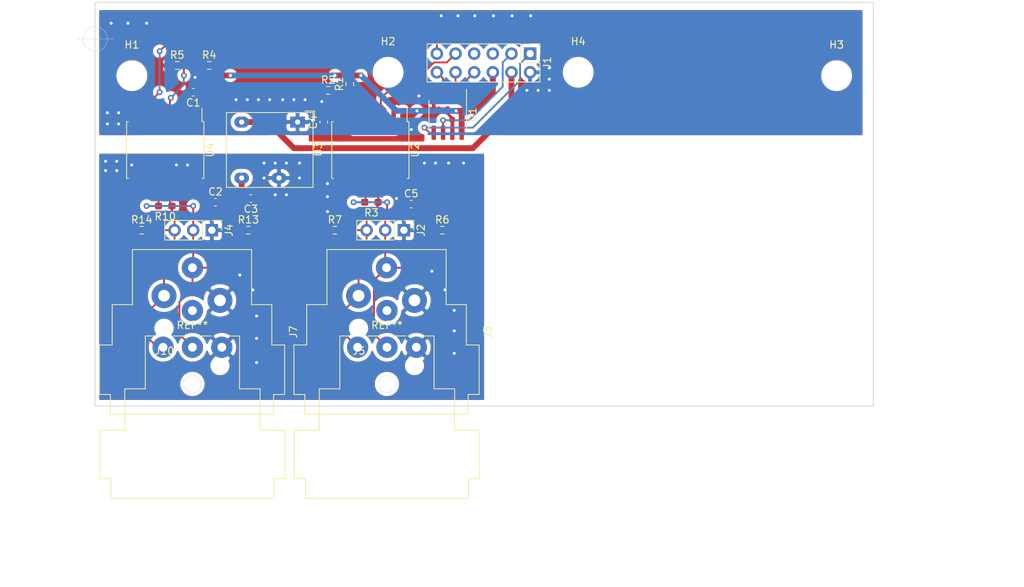
<source format=kicad_pcb>
(kicad_pcb (version 20171130) (host pcbnew 5.1.9)
  (title_block (title "rp2040_dongle ioboard 4slots cheap") (date 2021-03-21) (rev 0.1) (company https://www.openlighting.org))
  (layers (0 F.Cu signal) (31 B.Cu signal) (34 B.Paste user) (35 F.Paste user) (36 B.SilkS user) (37 F.SilkS user) (38 B.Mask user) (39 F.Mask user) (44 Edge.Cuts user))
  (net 0 "")
  (net 1 /ID2)
  (net 2 /GP0)
  (net 3 /ID1)
  (net 4 /GP1)
  (net 5 /ID0)
  (net 6 +3V3)
  (net 7 +5V)
  (net 8 /SCL)
  (net 9 GND)
  (net 10 /SDA)
  (net 11 "Net-(J2-Pad3)")
  (net 12 "Net-(R1-Pad1)")
  (net 13 "Net-(R4-Pad1)")
  (net 14 /GND_1+2)
  (net 15 /VBUS_1+2)
  (net 16 "Net-(J10-Pad2)")
  (net 17 "Net-(J10-Pad3)")
  (net 18 "Net-(J2-Pad2)")
  (module NC3FD-H:Jack_XLR_Neutrik_NC3FD-H_Horizontal (layer F.Cu) (at 64.75 67)
    (fp_text reference J5 (at -3.81 0.5) (layer F.SilkS))
    (fp_text value XLR3)
    (fp_text user REF** (at 0 -3) (layer F.SilkS))
    (pad 3 thru_hole circle (at 0 0) (size 2.9 2.9) (drill 1.2) (layers *.Cu *.Mask) (net 18 "Net-(J2-Pad2)"))
    (pad "" thru_hole circle (at 0 5) (size 2.3 2.3) (drill 2.3) (layers *.Cu *.Mask))
    (pad G thru_hole circle (at 0 -5) (size 2.9 2.9) (drill 1.2) (layers *.Cu *.Mask))
    (pad 1 thru_hole circle (at 4 0) (size 2.9 2.9) (drill 1.2) (layers *.Cu *.Mask) (net 14 /GND_1+2))
    (pad 2 thru_hole circle (at -4 0) (size 2.9 2.9) (drill 1.2) (layers *.Cu *.Mask) (net 11 "Net-(J2-Pad3)"))
  )
  (module Package_SO:SOIC-16W_7.5x10.3mm_P1.27mm (layer F.Cu) (at 62.484 40.132 270)
    (fp_text reference U2 (at 0 -6.1 90) (layer F.SilkS))
    (fp_text value ADM2483xRW)
    (pad 16 smd roundrect (at 4.65 -4.445 270) (size 2.05 0.6) (layers F.Cu F.Paste F.Mask) (net 15 /VBUS_1+2))
    (pad 15 smd roundrect (at 4.65 -3.175 270) (size 2.05 0.6) (layers F.Cu F.Paste F.Mask) (net 14 /GND_1+2))
    (pad 14 smd roundrect (at 4.65 -1.905 270) (size 2.05 0.6) (layers F.Cu F.Paste F.Mask))
    (pad 13 smd roundrect (at 4.65 -0.635 270) (size 2.05 0.6) (layers F.Cu F.Paste F.Mask) (net 11 "Net-(J2-Pad3)"))
    (pad 12 smd roundrect (at 4.65 0.635 270) (size 2.05 0.6) (layers F.Cu F.Paste F.Mask) (net 18 "Net-(J2-Pad2)"))
    (pad 11 smd roundrect (at 4.65 1.905 270) (size 2.05 0.6) (layers F.Cu F.Paste F.Mask))
    (pad 10 smd roundrect (at 4.65 3.175 270) (size 2.05 0.6) (layers F.Cu F.Paste F.Mask))
    (pad 9 smd roundrect (at 4.65 4.445 270) (size 2.05 0.6) (layers F.Cu F.Paste F.Mask) (net 14 /GND_1+2))
    (pad 8 smd roundrect (at -4.65 4.445 270) (size 2.05 0.6) (layers F.Cu F.Paste F.Mask) (net 9 GND))
    (pad 7 smd roundrect (at -4.65 3.175 270) (size 2.05 0.6) (layers F.Cu F.Paste F.Mask) (net 6 +3V3))
    (pad 6 smd roundrect (at -4.65 1.905 270) (size 2.05 0.6) (layers F.Cu F.Paste F.Mask) (net 4 /GP1))
    (pad 5 smd roundrect (at -4.65 0.635 270) (size 2.05 0.6) (layers F.Cu F.Paste F.Mask) (net 12 "Net-(R1-Pad1)"))
    (pad 4 smd roundrect (at -4.65 -0.635 270) (size 2.05 0.6) (layers F.Cu F.Paste F.Mask) (net 12 "Net-(R1-Pad1)"))
    (pad 3 smd roundrect (at -4.65 -1.905 270) (size 2.05 0.6) (layers F.Cu F.Paste F.Mask) (net 4 /GP1))
    (pad 2 smd roundrect (at -4.65 -3.175 270) (size 2.05 0.6) (layers F.Cu F.Paste F.Mask) (net 9 GND))
    (pad 1 smd roundrect (at -4.65 -4.445 270) (size 2.05 0.6) (layers F.Cu F.Paste F.Mask) (net 6 +3V3))
  )
  (module Resistor_SMD:R_0603_1608Metric_Pad0.98x0.95mm_HandSolder (layer F.Cu) (at 57.658 51.054)
    (fp_text reference R7 (at 0 -1.43) (layer F.SilkS))
    (fp_text value 680R)
    (pad 2 smd roundrect (at 0.9125 0) (size 0.975 0.95) (layers F.Cu F.Paste F.Mask) (net 11 "Net-(J2-Pad3)"))
    (pad 1 smd roundrect (at -0.9125 0) (size 0.975 0.95) (layers F.Cu F.Paste F.Mask) (net 14 /GND_1+2))
  )
  (module Resistor_SMD:R_0603_1608Metric_Pad0.98x0.95mm_HandSolder (layer F.Cu) (at 72.2865 51.054)
    (fp_text reference R6 (at 0 -1.43) (layer F.SilkS))
    (fp_text value 680R)
    (pad 2 smd roundrect (at 0.9125 0) (size 0.975 0.95) (layers F.Cu F.Paste F.Mask) (net 15 /VBUS_1+2))
    (pad 1 smd roundrect (at -0.9125 0) (size 0.975 0.95) (layers F.Cu F.Paste F.Mask) (net 18 "Net-(J2-Pad2)"))
  )
  (module Resistor_SMD:R_0603_1608Metric_Pad0.98x0.95mm_HandSolder (layer F.Cu) (at 62.6345 47.244 180)
    (fp_text reference R3 (at 0 -1.43) (layer F.SilkS))
    (fp_text value 120R)
    (pad 2 smd roundrect (at 0.9125 0 180) (size 0.975 0.95) (layers F.Cu F.Paste F.Mask) (net 18 "Net-(J2-Pad2)"))
    (pad 1 smd roundrect (at -0.9125 0 180) (size 0.975 0.95) (layers F.Cu F.Paste F.Mask) (net 11 "Net-(J2-Pad3)"))
  )
  (module Resistor_SMD:R_0603_1608Metric_Pad0.98x0.95mm_HandSolder (layer F.Cu) (at 56.7455 32.004)
    (fp_text reference R2 (at 0 -1.43) (layer F.SilkS))
    (fp_text value 0R-DO_NOT_MOUNT)
    (pad 2 smd roundrect (at 0.9125 0) (size 0.975 0.95) (layers F.Cu F.Paste F.Mask) (net 12 "Net-(R1-Pad1)"))
    (pad 1 smd roundrect (at -0.9125 0) (size 0.975 0.95) (layers F.Cu F.Paste F.Mask) (net 9 GND))
  )
  (module Resistor_SMD:R_0603_1608Metric_Pad0.98x0.95mm_HandSolder (layer F.Cu) (at 59.69 31.1385 90)
    (fp_text reference R1 (at 0 -1.43 90) (layer F.SilkS))
    (fp_text value 0R)
    (pad 2 smd roundrect (at 0.9125 0 90) (size 0.975 0.95) (layers F.Cu F.Paste F.Mask) (net 6 +3V3))
    (pad 1 smd roundrect (at -0.9125 0 90) (size 0.975 0.95) (layers F.Cu F.Paste F.Mask) (net 12 "Net-(R1-Pad1)"))
  )
  (module Connector_Audio:Jack_XLR_Neutrik_NC3FAAH_Horizontal (layer F.Cu) (at 68.5 60.612 270)
    (fp_text reference J3 (at 4.3 -10 90) (layer F.SilkS))
    (fp_text value XLR3)
    (pad "" np_thru_hole circle (at 3.81 7.62 270) (size 1.6 1.6) (drill 1.6) (layers *.Cu *.Mask))
    (pad "" np_thru_hole circle (at 8.89 0 270) (size 1.6 1.6) (drill 1.6) (layers *.Cu *.Mask))
    (pad 3 thru_hole circle (at -4.45 3.81 270) (size 2.9 2.9) (drill 1.2) (layers *.Cu *.Mask) (net 18 "Net-(J2-Pad2)"))
    (pad 2 thru_hole circle (at -0.635 7.62 270) (size 3.4 3.4) (drill 1.6) (layers *.Cu *.Mask) (net 11 "Net-(J2-Pad3)"))
    (pad 1 thru_hole circle (at 0 0 270) (size 3.4 3.4) (drill 1.6) (layers *.Cu *.Mask) (net 14 /GND_1+2))
  )
  (module Connector_PinHeader_2.54mm:PinHeader_1x03_P2.54mm_Vertical (layer F.Cu) (at 67.056 51.054 270)
    (fp_text reference J2 (at 0 -2.33 90) (layer F.SilkS))
    (fp_text value Conn_01x03)
    (pad 3 thru_hole oval (at 0 5.08 270) (size 1.7 1.7) (drill 1) (layers *.Cu *.Mask) (net 11 "Net-(J2-Pad3)"))
    (pad 2 thru_hole oval (at 0 2.54 270) (size 1.7 1.7) (drill 1) (layers *.Cu *.Mask) (net 18 "Net-(J2-Pad2)"))
    (pad 1 thru_hole rect (at 0 0 270) (size 1.7 1.7) (drill 1) (layers *.Cu *.Mask) (net 14 /GND_1+2))
  )
  (module Capacitor_SMD:C_0603_1608Metric (layer F.Cu) (at 68.059 47.498)
    (fp_text reference C5 (at 0 -1.43) (layer F.SilkS))
    (fp_text value 100nF)
    (pad 2 smd roundrect (at 0.775 0) (size 0.9 0.95) (layers F.Cu F.Paste F.Mask) (net 15 /VBUS_1+2))
    (pad 1 smd roundrect (at -0.775 0) (size 0.9 0.95) (layers F.Cu F.Paste F.Mask) (net 14 /GND_1+2))
  )
  (module Capacitor_SMD:C_0603_1608Metric (layer F.Cu) (at 56.134 36.335 90)
    (fp_text reference C4 (at 0 -1.43 90) (layer F.SilkS))
    (fp_text value 100nF)
    (pad 2 smd roundrect (at 0.775 0 90) (size 0.9 0.95) (layers F.Cu F.Paste F.Mask) (net 9 GND))
    (pad 1 smd roundrect (at -0.775 0 90) (size 0.9 0.95) (layers F.Cu F.Paste F.Mask) (net 6 +3V3))
  )
  (module Capacitor_SMD:C_0603_1608Metric (layer F.Cu) (at 41.389 47.244)
    (fp_text reference C2 (at 0 -1.43) (layer F.SilkS))
    (fp_text value 100nF)
    (pad 2 smd roundrect (at 0.775 0) (size 0.9 0.95) (layers F.Cu F.Paste F.Mask) (net 15 /VBUS_1+2))
    (pad 1 smd roundrect (at -0.775 0) (size 0.9 0.95) (layers F.Cu F.Paste F.Mask) (net 14 /GND_1+2))
  )
  (module NC3FD-H:Jack_XLR_Neutrik_NC3FD-H_Horizontal (layer F.Cu) (at 38.25 67)
    (fp_text reference J10 (at -3.81 0.5) (layer F.SilkS))
    (fp_text value XLR3)
    (fp_text user REF** (at 0 -3) (layer F.SilkS))
    (pad 3 thru_hole circle (at 0 0) (size 2.9 2.9) (drill 1.2) (layers *.Cu *.Mask) (net 17 "Net-(J10-Pad3)"))
    (pad "" thru_hole circle (at 0 5) (size 2.3 2.3) (drill 2.3) (layers *.Cu *.Mask))
    (pad G thru_hole circle (at 0 -5) (size 2.9 2.9) (drill 1.2) (layers *.Cu *.Mask))
    (pad 1 thru_hole circle (at 4 0) (size 2.9 2.9) (drill 1.2) (layers *.Cu *.Mask) (net 14 /GND_1+2))
    (pad 2 thru_hole circle (at -4 0) (size 2.9 2.9) (drill 1.2) (layers *.Cu *.Mask) (net 16 "Net-(J10-Pad2)"))
  )
  (module Capacitor_SMD:C_0603_1608Metric (layer F.Cu) (at 46.215 46.736 180)
    (fp_text reference C3 (at 0 -1.43) (layer F.SilkS))
    (fp_text value 100nF)
    (pad 2 smd roundrect (at 0.775 0 180) (size 0.9 0.95) (layers F.Cu F.Paste F.Mask) (net 15 /VBUS_1+2))
    (pad 1 smd roundrect (at -0.775 0 180) (size 0.9 0.95) (layers F.Cu F.Paste F.Mask) (net 14 /GND_1+2))
  )
  (module Capacitor_SMD:C_0603_1608Metric (layer F.Cu) (at 38.367 32.258 180)
    (fp_text reference C1 (at 0 -1.43) (layer F.SilkS))
    (fp_text value 100nF)
    (pad 2 smd roundrect (at 0.775 0 180) (size 0.9 0.95) (layers F.Cu F.Paste F.Mask) (net 9 GND))
    (pad 1 smd roundrect (at -0.775 0 180) (size 0.9 0.95) (layers F.Cu F.Paste F.Mask) (net 6 +3V3))
  )
  (module Resistor_SMD:R_0603_1608Metric_Pad0.98x0.95mm_HandSolder (layer F.Cu) (at 31.3455 51.054)
    (fp_text reference R14 (at 0 -1.43) (layer F.SilkS))
    (fp_text value 680R)
    (pad 2 smd roundrect (at 0.9125 0) (size 0.975 0.95) (layers F.Cu F.Paste F.Mask) (net 16 "Net-(J10-Pad2)"))
    (pad 1 smd roundrect (at -0.9125 0) (size 0.975 0.95) (layers F.Cu F.Paste F.Mask) (net 14 /GND_1+2))
  )
  (module Resistor_SMD:R_0603_1608Metric_Pad0.98x0.95mm_HandSolder (layer F.Cu) (at 45.8705 51.054)
    (fp_text reference R13 (at 0 -1.43) (layer F.SilkS))
    (fp_text value 680R)
    (pad 2 smd roundrect (at 0.9125 0) (size 0.975 0.95) (layers F.Cu F.Paste F.Mask) (net 15 /VBUS_1+2))
    (pad 1 smd roundrect (at -0.9125 0) (size 0.975 0.95) (layers F.Cu F.Paste F.Mask) (net 17 "Net-(J10-Pad3)"))
  )
  (module Converter_DCDC:Converter_DCDC_muRata_CRE1xxxxxxDC_THT (layer F.Cu) (at 52.578 36.322 270)
    (fp_text reference U3 (at 3.7 -2.8 90) (layer F.SilkS))
    (fp_text value CRE1S0505DC)
    (pad 1 thru_hole rect (at 0 0 270) (size 1.5 2) (drill 0.7) (layers *.Cu *.Mask) (net 9 GND))
    (pad 7 thru_hole oval (at 7.62 2.54 270) (size 1.5 2) (drill 0.7) (layers *.Cu *.Mask) (net 14 /GND_1+2))
    (pad 5 thru_hole oval (at 7.62 7.62 270) (size 1.5 2) (drill 0.7) (layers *.Cu *.Mask) (net 15 /VBUS_1+2))
    (pad 4 thru_hole oval (at 0 7.62 270) (size 1.5 2) (drill 0.7) (layers *.Cu *.Mask) (net 7 +5V))
  )
  (module Package_SO:SOIC-16W_7.5x10.3mm_P1.27mm (layer F.Cu) (at 34.544 40.132 270)
    (fp_text reference U4 (at 0 -6.1 90) (layer F.SilkS))
    (fp_text value ADM2483xRW)
    (pad 16 smd roundrect (at 4.65 -4.445 270) (size 2.05 0.6) (layers F.Cu F.Paste F.Mask) (net 15 /VBUS_1+2))
    (pad 15 smd roundrect (at 4.65 -3.175 270) (size 2.05 0.6) (layers F.Cu F.Paste F.Mask) (net 14 /GND_1+2))
    (pad 14 smd roundrect (at 4.65 -1.905 270) (size 2.05 0.6) (layers F.Cu F.Paste F.Mask))
    (pad 13 smd roundrect (at 4.65 -0.635 270) (size 2.05 0.6) (layers F.Cu F.Paste F.Mask) (net 16 "Net-(J10-Pad2)"))
    (pad 12 smd roundrect (at 4.65 0.635 270) (size 2.05 0.6) (layers F.Cu F.Paste F.Mask) (net 17 "Net-(J10-Pad3)"))
    (pad 11 smd roundrect (at 4.65 1.905 270) (size 2.05 0.6) (layers F.Cu F.Paste F.Mask))
    (pad 10 smd roundrect (at 4.65 3.175 270) (size 2.05 0.6) (layers F.Cu F.Paste F.Mask))
    (pad 9 smd roundrect (at 4.65 4.445 270) (size 2.05 0.6) (layers F.Cu F.Paste F.Mask) (net 14 /GND_1+2))
    (pad 8 smd roundrect (at -4.65 4.445 270) (size 2.05 0.6) (layers F.Cu F.Paste F.Mask) (net 9 GND))
    (pad 7 smd roundrect (at -4.65 3.175 270) (size 2.05 0.6) (layers F.Cu F.Paste F.Mask) (net 6 +3V3))
    (pad 6 smd roundrect (at -4.65 1.905 270) (size 2.05 0.6) (layers F.Cu F.Paste F.Mask) (net 2 /GP0))
    (pad 5 smd roundrect (at -4.65 0.635 270) (size 2.05 0.6) (layers F.Cu F.Paste F.Mask) (net 13 "Net-(R4-Pad1)"))
    (pad 4 smd roundrect (at -4.65 -0.635 270) (size 2.05 0.6) (layers F.Cu F.Paste F.Mask) (net 13 "Net-(R4-Pad1)"))
    (pad 3 smd roundrect (at -4.65 -1.905 270) (size 2.05 0.6) (layers F.Cu F.Paste F.Mask) (net 2 /GP0))
    (pad 2 smd roundrect (at -4.65 -3.175 270) (size 2.05 0.6) (layers F.Cu F.Paste F.Mask) (net 9 GND))
    (pad 1 smd roundrect (at -4.65 -4.445 270) (size 2.05 0.6) (layers F.Cu F.Paste F.Mask) (net 6 +3V3))
  )
  (module MountingHole:MountingHole_3.2mm_M3 (layer F.Cu) (at 90.8 29.54)
    (fp_text reference H4 (at 0 -4.2) (layer F.SilkS))
    (fp_text value MountingHole)
    (pad 1 np_thru_hole circle (at 0 0) (size 3.2 3.2) (drill 3.2) (layers *.Cu *.Mask))
  )
  (module MountingHole:MountingHole_3.2mm_M3 (layer F.Cu) (at 126 30)
    (fp_text reference H3 (at 0 -4.2) (layer F.SilkS))
    (fp_text value MountingHole)
    (pad 1 np_thru_hole circle (at 0 0) (size 3.2 3.2) (drill 3.2) (layers *.Cu *.Mask))
  )
  (module MountingHole:MountingHole_3.2mm_M3 (layer F.Cu) (at 64.9 29.54)
    (fp_text reference H2 (at 0 -4.2) (layer F.SilkS))
    (fp_text value MountingHole)
    (pad 1 np_thru_hole circle (at 0 0) (size 3.2 3.2) (drill 3.2) (layers *.Cu *.Mask))
  )
  (module MountingHole:MountingHole_3.2mm_M3 (layer F.Cu) (at 30 30)
    (fp_text reference H1 (at 0 -4.2) (layer F.SilkS))
    (fp_text value MountingHole)
    (pad 1 np_thru_hole circle (at 0 0) (size 3.2 3.2) (drill 3.2) (layers *.Cu *.Mask))
  )
  (module Connector_Audio:Jack_XLR_Neutrik_NC3FAAH_Horizontal (layer F.Cu) (at 42 60.612 270)
    (fp_text reference J7 (at 4.3 -10 90) (layer F.SilkS))
    (fp_text value XLR3)
    (pad "" np_thru_hole circle (at 3.81 7.62 270) (size 1.6 1.6) (drill 1.6) (layers *.Cu *.Mask))
    (pad "" np_thru_hole circle (at 8.89 0 270) (size 1.6 1.6) (drill 1.6) (layers *.Cu *.Mask))
    (pad 3 thru_hole circle (at -4.45 3.75 270) (size 2.9 2.9) (drill 1.2) (layers *.Cu *.Mask) (net 17 "Net-(J10-Pad3)"))
    (pad 2 thru_hole circle (at -0.635 7.62 270) (size 3.4 3.4) (drill 1.6) (layers *.Cu *.Mask) (net 16 "Net-(J10-Pad2)"))
    (pad 1 thru_hole circle (at 0 0 270) (size 3.4 3.4) (drill 1.6) (layers *.Cu *.Mask) (net 14 /GND_1+2))
  )
  (module Connector_PinHeader_2.54mm:PinHeader_1x03_P2.54mm_Vertical (layer F.Cu) (at 40.894 51.054 270)
    (fp_text reference J4 (at 0 -2.33 90) (layer F.SilkS))
    (fp_text value Conn_01x03)
    (pad 3 thru_hole oval (at 0 5.08 270) (size 1.7 1.7) (drill 1) (layers *.Cu *.Mask) (net 16 "Net-(J10-Pad2)"))
    (pad 2 thru_hole oval (at 0 2.54 270) (size 1.7 1.7) (drill 1) (layers *.Cu *.Mask) (net 17 "Net-(J10-Pad3)"))
    (pad 1 thru_hole rect (at 0 0 270) (size 1.7 1.7) (drill 1) (layers *.Cu *.Mask) (net 14 /GND_1+2))
  )
  (module Resistor_SMD:R_0603_1608Metric_Pad0.98x0.95mm_HandSolder (layer F.Cu) (at 34.544 47.752 180)
    (fp_text reference R10 (at 0 -1.43) (layer F.SilkS))
    (fp_text value 120R)
    (pad 2 smd roundrect (at 0.9125 0 180) (size 0.975 0.95) (layers F.Cu F.Paste F.Mask) (net 17 "Net-(J10-Pad3)"))
    (pad 1 smd roundrect (at -0.9125 0 180) (size 0.975 0.95) (layers F.Cu F.Paste F.Mask) (net 16 "Net-(J10-Pad2)"))
  )
  (module Resistor_SMD:R_0603_1608Metric_Pad0.98x0.95mm_HandSolder (layer F.Cu) (at 36.1715 28.608)
    (fp_text reference R5 (at 0 -1.43) (layer F.SilkS))
    (fp_text value 0R-DO_NOT_MOUNT)
    (pad 2 smd roundrect (at 0.9125 0) (size 0.975 0.95) (layers F.Cu F.Paste F.Mask) (net 13 "Net-(R4-Pad1)"))
    (pad 1 smd roundrect (at -0.9125 0) (size 0.975 0.95) (layers F.Cu F.Paste F.Mask) (net 9 GND))
  )
  (module Resistor_SMD:R_0603_1608Metric_Pad0.98x0.95mm_HandSolder (layer F.Cu) (at 40.5365 28.608)
    (fp_text reference R4 (at 0 -1.43) (layer F.SilkS))
    (fp_text value 0R)
    (pad 2 smd roundrect (at 0.9125 0) (size 0.975 0.95) (layers F.Cu F.Paste F.Mask) (net 6 +3V3))
    (pad 1 smd roundrect (at -0.9125 0) (size 0.975 0.95) (layers F.Cu F.Paste F.Mask) (net 13 "Net-(R4-Pad1)"))
  )
  (module Package_SO:SOIC-8_3.9x4.9mm_P1.27mm (layer F.Cu) (at 73.025 35.306 270)
    (fp_text reference U1 (at 0 -3.4 90) (layer F.SilkS))
    (fp_text value M24C02-WMN)
    (pad 8 smd roundrect (at 2.475 -1.905 270) (size 1.95 0.6) (layers F.Cu F.Paste F.Mask) (net 6 +3V3))
    (pad 7 smd roundrect (at 2.475 -0.635 270) (size 1.95 0.6) (layers F.Cu F.Paste F.Mask) (net 9 GND))
    (pad 6 smd roundrect (at 2.475 0.635 270) (size 1.95 0.6) (layers F.Cu F.Paste F.Mask) (net 8 /SCL))
    (pad 5 smd roundrect (at 2.475 1.905 270) (size 1.95 0.6) (layers F.Cu F.Paste F.Mask) (net 10 /SDA))
    (pad 4 smd roundrect (at -2.475 1.905 270) (size 1.95 0.6) (layers F.Cu F.Paste F.Mask) (net 9 GND))
    (pad 3 smd roundrect (at -2.475 0.635 270) (size 1.95 0.6) (layers F.Cu F.Paste F.Mask) (net 1 /ID2))
    (pad 2 smd roundrect (at -2.475 -0.635 270) (size 1.95 0.6) (layers F.Cu F.Paste F.Mask) (net 3 /ID1))
    (pad 1 smd roundrect (at -2.475 -1.905 270) (size 1.95 0.6) (layers F.Cu F.Paste F.Mask) (net 5 /ID0))
  )
  (module Connector_PinHeader_2.54mm:PinHeader_2x06_P2.54mm_Vertical (layer F.Cu) (at 84.25 27 270)
    (fp_text reference J1 (at 1.27 -2.33 90) (layer F.SilkS))
    (fp_text value Conn_02x06_Odd_Even)
    (pad 12 thru_hole oval (at 2.54 12.7 270) (size 1.7 1.7) (drill 1) (layers *.Cu *.Mask) (net 1 /ID2))
    (pad 11 thru_hole oval (at 0 12.7 270) (size 1.7 1.7) (drill 1) (layers *.Cu *.Mask) (net 2 /GP0))
    (pad 10 thru_hole oval (at 2.54 10.16 270) (size 1.7 1.7) (drill 1) (layers *.Cu *.Mask) (net 3 /ID1))
    (pad 9 thru_hole oval (at 0 10.16 270) (size 1.7 1.7) (drill 1) (layers *.Cu *.Mask) (net 4 /GP1))
    (pad 8 thru_hole oval (at 2.54 7.62 270) (size 1.7 1.7) (drill 1) (layers *.Cu *.Mask) (net 5 /ID0))
    (pad 7 thru_hole oval (at 0 7.62 270) (size 1.7 1.7) (drill 1) (layers *.Cu *.Mask))
    (pad 6 thru_hole oval (at 2.54 5.08 270) (size 1.7 1.7) (drill 1) (layers *.Cu *.Mask) (net 6 +3V3))
    (pad 5 thru_hole oval (at 0 5.08 270) (size 1.7 1.7) (drill 1) (layers *.Cu *.Mask))
    (pad 4 thru_hole oval (at 2.54 2.54 270) (size 1.7 1.7) (drill 1) (layers *.Cu *.Mask) (net 7 +5V))
    (pad 3 thru_hole oval (at 0 2.54 270) (size 1.7 1.7) (drill 1) (layers *.Cu *.Mask) (net 8 /SCL))
    (pad 2 thru_hole oval (at 2.54 0 270) (size 1.7 1.7) (drill 1) (layers *.Cu *.Mask) (net 9 GND))
    (pad 1 thru_hole rect (at 0 0 270) (size 1.7 1.7) (drill 1) (layers *.Cu *.Mask) (net 10 /SDA))
  )
  (gr_line (start 131 20) (end 131 75) (layer Edge.Cuts) (width 0.1))
  (gr_line (start 25 20) (end 131 20) (layer Edge.Cuts) (width 0.1))
  (gr_line (start 25 75) (end 25 20) (layer Edge.Cuts) (width 0.1))
  (gr_line (start 131 75) (end 25 75) (layer Edge.Cuts) (width 0.1))
  (target plus (at 25 25) (size 5) (width 0.05) (layer Edge.Cuts))
  (via (at 48.006 43.942) (size 0.8) (drill 0.4) (layers F.Cu B.Cu) (net 14))
  (via (at 27.178 22.86) (size 0.8) (drill 0.4) (layers F.Cu B.Cu) (net 9))
  (via (at 29.464 22.86) (size 0.8) (drill 0.4) (layers F.Cu B.Cu) (net 9))
  (via (at 32.004 22.86) (size 0.8) (drill 0.4) (layers F.Cu B.Cu) (net 9))
  (via (at 72.136 21.844) (size 0.8) (drill 0.4) (layers F.Cu B.Cu) (net 9))
  (via (at 74.422 21.844) (size 0.8) (drill 0.4) (layers F.Cu B.Cu) (net 9))
  (via (at 76.708 21.844) (size 0.8) (drill 0.4) (layers F.Cu B.Cu) (net 9))
  (via (at 79.248 21.844) (size 0.8) (drill 0.4) (layers F.Cu B.Cu) (net 9))
  (via (at 81.788 21.844) (size 0.8) (drill 0.4) (layers F.Cu B.Cu) (net 9))
  (via (at 84.328 21.844) (size 0.8) (drill 0.4) (layers F.Cu B.Cu) (net 9))
  (via (at 38.608 30.226) (size 0.8) (drill 0.4) (layers F.Cu B.Cu) (net 9))
  (via (at 26.67 36.576) (size 0.8) (drill 0.4) (layers F.Cu B.Cu) (net 9))
  (via (at 28.194 36.576) (size 0.8) (drill 0.4) (layers F.Cu B.Cu) (net 9))
  (via (at 28.194 35.052) (size 0.8) (drill 0.4) (layers F.Cu B.Cu) (net 9))
  (via (at 26.67 35.052) (size 0.8) (drill 0.4) (layers F.Cu B.Cu) (net 9))
  (via (at 50.546 33.274) (size 0.8) (drill 0.4) (layers F.Cu B.Cu) (net 9))
  (via (at 52.07 33.274) (size 0.8) (drill 0.4) (layers F.Cu B.Cu) (net 9))
  (via (at 47.244 33.274) (size 0.8) (drill 0.4) (layers F.Cu B.Cu) (net 9))
  (via (at 53.594 33.274) (size 0.8) (drill 0.4) (layers F.Cu B.Cu) (net 9))
  (via (at 44.196 33.274) (size 0.8) (drill 0.4) (layers F.Cu B.Cu) (net 9))
  (via (at 45.72 33.274) (size 0.8) (drill 0.4) (layers F.Cu B.Cu) (net 9))
  (via (at 48.768 33.274) (size 0.8) (drill 0.4) (layers F.Cu B.Cu) (net 9))
  (segment (start 72.39 30.38) (end 71.55 29.54) (width 0.25) (layer F.Cu) (net 1))
  (segment (start 72.39 32.512) (end 72.39 30.38) (width 0.25) (layer F.Cu) (net 1))
  (segment (start 36.449 35.482) (end 36.449 36.703) (width 0.25) (layer F.Cu) (net 2))
  (segment (start 36.449 36.703) (end 36.068 37.084) (width 0.25) (layer F.Cu) (net 2))
  (segment (start 33.216 37.084) (end 32.639 36.507) (width 0.25) (layer F.Cu) (net 2))
  (segment (start 32.639 36.507) (end 32.639 35.482) (width 0.25) (layer F.Cu) (net 2))
  (segment (start 36.068 37.084) (end 33.216 37.084) (width 0.25) (layer F.Cu) (net 2))
  (segment (start 32.639 35.482) (end 32.639 33.401) (width 0.25) (layer F.Cu) (net 2))
  (segment (start 32.639 33.401) (end 33.782 32.258) (width 0.25) (layer F.Cu) (net 2))
  (segment (start 33.782 26.67) (end 33.782 26.67) (width 0.25) (layer F.Cu) (net 2))
  (segment (start 37.592 22.86) (end 70.358 22.86) (width 0.25) (layer F.Cu) (net 2))
  (segment (start 71.55 24.052) (end 71.55 27) (width 0.25) (layer F.Cu) (net 2))
  (segment (start 70.358 22.86) (end 71.55 24.052) (width 0.25) (layer F.Cu) (net 2))
  (segment (start 33.782 26.67) (end 37.592 22.86) (width 0.25) (layer F.Cu) (net 2))
  (via (at 33.782 26.67) (size 0.8) (drill 0.4) (layers F.Cu B.Cu) (net 2))
  (segment (start 33.782 32.258) (end 33.782 32.258) (width 0.25) (layer F.Cu) (net 2))
  (via (at 33.782 32.258) (size 0.8) (drill 0.4) (layers F.Cu B.Cu) (net 2))
  (segment (start 33.782 26.67) (end 33.782 32.258) (width 0.25) (layer B.Cu) (net 2))
  (segment (start 73.66 32.512) (end 73.66 31.496) (width 0.25) (layer F.Cu) (net 3))
  (segment (start 74.09 31.066) (end 74.09 29.54) (width 0.25) (layer F.Cu) (net 3))
  (segment (start 73.66 31.496) (end 74.09 31.066) (width 0.25) (layer F.Cu) (net 3))
  (segment (start 60.579 35.482) (end 60.579 36.703) (width 0.25) (layer F.Cu) (net 4))
  (segment (start 60.579 36.703) (end 60.96 37.084) (width 0.25) (layer F.Cu) (net 4))
  (segment (start 64.389 36.507) (end 64.389 35.482) (width 0.25) (layer F.Cu) (net 4))
  (segment (start 63.812 37.084) (end 64.389 36.507) (width 0.25) (layer F.Cu) (net 4))
  (segment (start 60.96 37.084) (end 63.812 37.084) (width 0.25) (layer F.Cu) (net 4))
  (segment (start 64.389 35.482) (end 64.389 34.417) (width 0.25) (layer F.Cu) (net 4))
  (segment (start 69.088 30.988) (end 69.088 30.262998) (width 0.25) (layer F.Cu) (net 4))
  (segment (start 64.760682 32.258) (end 67.818 32.258) (width 0.25) (layer F.Cu) (net 4))
  (segment (start 72.896 28.194) (end 74.09 27) (width 0.25) (layer F.Cu) (net 4))
  (segment (start 69.088 30.262998) (end 71.156998 28.194) (width 0.25) (layer F.Cu) (net 4))
  (segment (start 67.818 32.258) (end 69.088 30.988) (width 0.25) (layer F.Cu) (net 4))
  (segment (start 63.91799 33.98599) (end 63.91799 33.100692) (width 0.25) (layer F.Cu) (net 4))
  (segment (start 71.156998 28.194) (end 72.896 28.194) (width 0.25) (layer F.Cu) (net 4))
  (segment (start 63.91799 33.100692) (end 64.760682 32.258) (width 0.25) (layer F.Cu) (net 4))
  (segment (start 64.389 34.457) (end 63.91799 33.98599) (width 0.25) (layer F.Cu) (net 4))
  (segment (start 64.389 35.482) (end 64.389 34.457) (width 0.25) (layer F.Cu) (net 4))
  (segment (start 74.93 31.24) (end 76.63 29.54) (width 0.25) (layer F.Cu) (net 5))
  (segment (start 74.93 32.512) (end 74.93 31.24) (width 0.25) (layer F.Cu) (net 5))
  (segment (start 79.17 29.54) (end 79.17 32.336) (width 0.8) (layer F.Cu) (net 6))
  (segment (start 79.17 32.336) (end 76.708 34.798) (width 0.8) (layer F.Cu) (net 6))
  (segment (start 76.708 34.798) (end 74.93 34.798) (width 0.8) (layer F.Cu) (net 6))
  (via (at 61.214 29.972) (size 0.8) (drill 0.4) (layers F.Cu B.Cu) (net 6))
  (segment (start 41.402 28.655) (end 41.449 28.608) (width 0.8) (layer F.Cu) (net 6))
  (segment (start 41.402 29.972) (end 41.402 28.655) (width 0.8) (layer F.Cu) (net 6))
  (segment (start 74.93 34.798) (end 74.93 37.781) (width 0.8) (layer F.Cu) (net 6))
  (via (at 74.168 34.798) (size 0.8) (drill 0.4) (layers F.Cu B.Cu) (net 6))
  (segment (start 74.93 34.798) (end 74.168 34.798) (width 0.8) (layer F.Cu) (net 6))
  (segment (start 38.989 32.385) (end 38.989 35.482) (width 0.8) (layer F.Cu) (net 6))
  (segment (start 41.402 29.972) (end 38.989 32.385) (width 0.8) (layer F.Cu) (net 6))
  (segment (start 32.512 37.846) (end 38.354 37.846) (width 0.25) (layer F.Cu) (net 6))
  (segment (start 38.989 37.211) (end 38.989 35.482) (width 0.25) (layer F.Cu) (net 6))
  (segment (start 38.354 37.846) (end 38.989 37.211) (width 0.25) (layer F.Cu) (net 6))
  (segment (start 64.643 33.401) (end 61.214 29.972) (width 0.8) (layer B.Cu) (net 6))
  (segment (start 66.04 34.798) (end 64.643 33.401) (width 0.8) (layer B.Cu) (net 6))
  (segment (start 66.929 36.507) (end 65.844 37.592) (width 0.25) (layer F.Cu) (net 6))
  (segment (start 66.929 35.482) (end 66.929 36.507) (width 0.25) (layer F.Cu) (net 6))
  (segment (start 65.844 37.592) (end 60.198 37.592) (width 0.25) (layer F.Cu) (net 6))
  (segment (start 59.309 36.703) (end 59.309 35.482) (width 0.25) (layer F.Cu) (net 6))
  (via (at 68.834 34.798) (size 0.8) (drill 0.4) (layers F.Cu B.Cu) (net 6))
  (segment (start 66.929 35.482) (end 68.15 35.482) (width 0.8) (layer F.Cu) (net 6))
  (segment (start 68.15 35.482) (end 68.834 34.798) (width 0.8) (layer F.Cu) (net 6))
  (segment (start 68.834 34.798) (end 66.04 34.798) (width 0.8) (layer B.Cu) (net 6))
  (segment (start 74.168 34.798) (end 68.834 34.798) (width 0.8) (layer B.Cu) (net 6))
  (segment (start 59.664 37.11) (end 59.69 37.084) (width 0.25) (layer F.Cu) (net 6))
  (segment (start 56.134 37.11) (end 59.664 37.11) (width 0.25) (layer F.Cu) (net 6))
  (segment (start 59.69 37.084) (end 59.309 36.703) (width 0.25) (layer F.Cu) (net 6))
  (segment (start 60.198 37.592) (end 59.69 37.084) (width 0.25) (layer F.Cu) (net 6))
  (segment (start 31.369 36.703) (end 32.512 37.846) (width 0.25) (layer F.Cu) (net 6))
  (segment (start 31.369 35.482) (end 31.369 36.703) (width 0.25) (layer F.Cu) (net 6))
  (via (at 57.658 29.972) (size 0.8) (drill 0.4) (layers F.Cu B.Cu) (net 6))
  (segment (start 61.214 29.972) (end 57.658 29.972) (width 0.8) (layer F.Cu) (net 6))
  (via (at 43.434 29.972) (size 0.8) (drill 0.4) (layers F.Cu B.Cu) (net 6))
  (segment (start 57.658 29.972) (end 43.434 29.972) (width 0.8) (layer B.Cu) (net 6))
  (segment (start 43.434 29.972) (end 41.402 29.972) (width 0.8) (layer F.Cu) (net 6))
  (segment (start 81.71 29.54) (end 81.71 34.622) (width 0.8) (layer F.Cu) (net 7))
  (segment (start 81.71 34.622) (end 76.454 39.878) (width 0.8) (layer F.Cu) (net 7))
  (segment (start 76.454 39.878) (end 52.07 39.878) (width 0.8) (layer F.Cu) (net 7))
  (segment (start 48.514 36.322) (end 44.958 36.322) (width 0.8) (layer F.Cu) (net 7))
  (segment (start 52.07 39.878) (end 48.514 36.322) (width 0.8) (layer F.Cu) (net 7))
  (segment (start 72.39 37.462) (end 72.39 36.068) (width 0.25) (layer F.Cu) (net 8))
  (segment (start 75.946 36.068) (end 80.518 31.496) (width 0.25) (layer B.Cu) (net 8))
  (segment (start 80.518 28.192) (end 81.71 27) (width 0.25) (layer B.Cu) (net 8))
  (segment (start 80.518 31.496) (end 80.518 28.192) (width 0.25) (layer B.Cu) (net 8))
  (via (at 72.39 36.068) (size 0.8) (drill 0.4) (layers F.Cu B.Cu) (net 8))
  (segment (start 75.946 36.068) (end 72.39 36.068) (width 0.25) (layer B.Cu) (net 8))
  (via (at 69.088 32.766) (size 0.8) (drill 0.4) (layers F.Cu B.Cu) (net 9))
  (via (at 68.072 37.338) (size 0.8) (drill 0.4) (layers F.Cu B.Cu) (net 9))
  (via (at 55.88 33.528) (size 0.8) (drill 0.4) (layers F.Cu B.Cu) (net 9))
  (via (at 54.61 36.068) (size 0.8) (drill 0.4) (layers F.Cu B.Cu) (net 9))
  (via (at 83.82 32.004) (size 0.8) (drill 0.4) (layers F.Cu B.Cu) (net 9))
  (via (at 85.344 32.004) (size 0.8) (drill 0.4) (layers F.Cu B.Cu) (net 9))
  (via (at 86.868 32.004) (size 0.8) (drill 0.4) (layers F.Cu B.Cu) (net 9))
  (via (at 86.868 30.48) (size 0.8) (drill 0.4) (layers F.Cu B.Cu) (net 9))
  (via (at 86.868 28.956) (size 0.8) (drill 0.4) (layers F.Cu B.Cu) (net 9))
  (segment (start 84.25 27) (end 82.885001 28.364999) (width 0.25) (layer B.Cu) (net 10))
  (segment (start 82.885001 30.652999) (end 76.454 37.084) (width 0.25) (layer B.Cu) (net 10))
  (segment (start 82.885001 28.364999) (end 82.885001 30.652999) (width 0.25) (layer B.Cu) (net 10))
  (via (at 69.85 37.084) (size 0.8) (drill 0.4) (layers F.Cu B.Cu) (net 10))
  (segment (start 70.547 37.781) (end 71.12 37.781) (width 0.25) (layer F.Cu) (net 10))
  (segment (start 70.547 37.781) (end 69.85 37.084) (width 0.25) (layer F.Cu) (net 10))
  (segment (start 69.85 37.084) (end 76.454 37.084) (width 0.25) (layer B.Cu) (net 10))
  (segment (start 63.119 44.782) (end 63.119 45.847) (width 0.25) (layer F.Cu) (net 11))
  (segment (start 63.547 46.275) (end 63.547 47.244) (width 0.25) (layer F.Cu) (net 11))
  (segment (start 63.119 45.847) (end 63.547 46.275) (width 0.25) (layer F.Cu) (net 11))
  (segment (start 63.547 47.244) (end 63.547 47.705) (width 0.25) (layer F.Cu) (net 11))
  (segment (start 61.976 49.276) (end 61.976 51.054) (width 0.25) (layer F.Cu) (net 11))
  (segment (start 63.547 47.705) (end 61.976 49.276) (width 0.25) (layer F.Cu) (net 11))
  (segment (start 61.976 51.054) (end 61.976 54.864) (width 0.25) (layer F.Cu) (net 11))
  (segment (start 60.88 55.96) (end 60.88 59.977) (width 0.25) (layer F.Cu) (net 11))
  (segment (start 61.976 54.864) (end 60.88 55.96) (width 0.25) (layer F.Cu) (net 11))
  (segment (start 58.5705 51.054) (end 61.976 51.054) (width 0.25) (layer F.Cu) (net 11))
  (segment (start 59.180001 65.430001) (end 60.75 67) (width 0.25) (layer F.Cu) (net 11))
  (segment (start 59.180001 61.676999) (end 59.180001 65.430001) (width 0.25) (layer F.Cu) (net 11))
  (segment (start 60.88 59.977) (end 59.180001 61.676999) (width 0.25) (layer F.Cu) (net 11))
  (segment (start 59.643 32.004) (end 59.69 32.051) (width 0.25) (layer F.Cu) (net 12))
  (segment (start 57.658 32.004) (end 59.643 32.004) (width 0.25) (layer F.Cu) (net 12))
  (segment (start 59.69 32.051) (end 60.245 32.051) (width 0.25) (layer F.Cu) (net 12))
  (segment (start 61.849 33.655) (end 61.849 35.482) (width 0.25) (layer F.Cu) (net 12))
  (segment (start 60.245 32.051) (end 61.849 33.655) (width 0.25) (layer F.Cu) (net 12))
  (segment (start 61.849 35.482) (end 63.119 35.482) (width 0.25) (layer F.Cu) (net 12))
  (segment (start 37.084 28.608) (end 39.624 28.608) (width 0.25) (layer F.Cu) (net 13))
  (segment (start 35.179 35.482) (end 33.909 35.482) (width 0.25) (layer F.Cu) (net 13))
  (via (at 35.306 33.02) (size 0.8) (drill 0.4) (layers F.Cu B.Cu) (net 13))
  (segment (start 35.179 33.147) (end 35.306 33.02) (width 0.25) (layer F.Cu) (net 13))
  (segment (start 35.179 35.482) (end 35.179 33.147) (width 0.25) (layer F.Cu) (net 13))
  (via (at 37.084 29.972) (size 0.8) (drill 0.4) (layers F.Cu B.Cu) (net 13))
  (segment (start 37.084 31.242) (end 37.084 29.972) (width 0.25) (layer B.Cu) (net 13))
  (segment (start 35.306 33.02) (end 37.084 31.242) (width 0.25) (layer B.Cu) (net 13))
  (segment (start 37.084 29.972) (end 37.084 28.608) (width 0.25) (layer F.Cu) (net 13))
  (via (at 48.006 41.91) (size 0.8) (drill 0.4) (layers F.Cu B.Cu) (net 14))
  (via (at 49.53 41.91) (size 0.8) (drill 0.4) (layers F.Cu B.Cu) (net 14))
  (via (at 51.054 41.91) (size 0.8) (drill 0.4) (layers F.Cu B.Cu) (net 14))
  (via (at 52.832 41.91) (size 0.8) (drill 0.4) (layers F.Cu B.Cu) (net 14))
  (via (at 52.832 43.942) (size 0.8) (drill 0.4) (layers F.Cu B.Cu) (net 14))
  (via (at 49.53 46.228) (size 0.8) (drill 0.4) (layers F.Cu B.Cu) (net 14))
  (via (at 51.054 46.228) (size 0.8) (drill 0.4) (layers F.Cu B.Cu) (net 14))
  (via (at 56.642 44.704) (size 0.8) (drill 0.4) (layers F.Cu B.Cu) (net 14))
  (via (at 56.642 46.482) (size 0.8) (drill 0.4) (layers F.Cu B.Cu) (net 14))
  (via (at 56.642 48.514) (size 0.8) (drill 0.4) (layers F.Cu B.Cu) (net 14))
  (via (at 66.04 46.736) (size 0.8) (drill 0.4) (layers F.Cu B.Cu) (net 14))
  (via (at 69.85 41.91) (size 0.8) (drill 0.4) (layers F.Cu B.Cu) (net 14))
  (via (at 71.374 41.91) (size 0.8) (drill 0.4) (layers F.Cu B.Cu) (net 14))
  (via (at 73.152 41.91) (size 0.8) (drill 0.4) (layers F.Cu B.Cu) (net 14))
  (via (at 75.184 41.91) (size 0.8) (drill 0.4) (layers F.Cu B.Cu) (net 14))
  (via (at 26.416 41.656) (size 0.8) (drill 0.4) (layers F.Cu B.Cu) (net 14))
  (via (at 27.94 41.656) (size 0.8) (drill 0.4) (layers F.Cu B.Cu) (net 14))
  (via (at 26.416 42.926) (size 0.8) (drill 0.4) (layers F.Cu B.Cu) (net 14))
  (via (at 27.94 42.926) (size 0.8) (drill 0.4) (layers F.Cu B.Cu) (net 14))
  (via (at 29.972 42.164) (size 0.8) (drill 0.4) (layers F.Cu B.Cu) (net 14))
  (via (at 37.592 42.164) (size 0.8) (drill 0.4) (layers F.Cu B.Cu) (net 14))
  (via (at 36.068 42.164) (size 0.8) (drill 0.4) (layers F.Cu B.Cu) (net 14))
  (via (at 44.704 57.15) (size 0.8) (drill 0.4) (layers F.Cu B.Cu) (net 14))
  (via (at 44.704 57.15) (size 0.8) (drill 0.4) (layers F.Cu B.Cu) (net 14))
  (via (at 46.482 59.182) (size 0.8) (drill 0.4) (layers F.Cu B.Cu) (net 14))
  (via (at 46.99 62.738) (size 0.8) (drill 0.4) (layers F.Cu B.Cu) (net 14))
  (via (at 46.99 65.786) (size 0.8) (drill 0.4) (layers F.Cu B.Cu) (net 14))
  (via (at 46.99 69.088) (size 0.8) (drill 0.4) (layers F.Cu B.Cu) (net 14))
  (via (at 70.866 56.642) (size 0.8) (drill 0.4) (layers F.Cu B.Cu) (net 14))
  (via (at 72.644 59.182) (size 0.8) (drill 0.4) (layers F.Cu B.Cu) (net 14))
  (via (at 73.914 61.976) (size 0.8) (drill 0.4) (layers F.Cu B.Cu) (net 14))
  (via (at 73.914 64.77) (size 0.8) (drill 0.4) (layers F.Cu B.Cu) (net 14))
  (via (at 73.914 67.818) (size 0.8) (drill 0.4) (layers F.Cu B.Cu) (net 14))
  (segment (start 44.958 46.254) (end 45.44 46.736) (width 0.8) (layer F.Cu) (net 15))
  (segment (start 44.958 43.942) (end 44.958 46.254) (width 0.8) (layer F.Cu) (net 15))
  (segment (start 43.154 46.254) (end 42.164 47.244) (width 0.8) (layer F.Cu) (net 15))
  (segment (start 44.958 46.254) (end 43.154 46.254) (width 0.8) (layer F.Cu) (net 15))
  (segment (start 42.164 47.244) (end 42.164 43.942) (width 0.8) (layer F.Cu) (net 15))
  (segment (start 42.164 43.942) (end 40.894 42.672) (width 0.8) (layer F.Cu) (net 15))
  (segment (start 40.894 42.672) (end 39.624 42.672) (width 0.8) (layer F.Cu) (net 15))
  (segment (start 38.989 43.307) (end 38.989 44.782) (width 0.8) (layer F.Cu) (net 15))
  (segment (start 39.624 42.672) (end 38.989 43.307) (width 0.8) (layer F.Cu) (net 15))
  (segment (start 46.783 49.577) (end 46.783 51.054) (width 0.25) (layer F.Cu) (net 15))
  (segment (start 45.44 48.234) (end 45.593 48.387) (width 0.8) (layer F.Cu) (net 15))
  (segment (start 45.44 46.736) (end 45.44 48.234) (width 0.8) (layer F.Cu) (net 15))
  (segment (start 45.593 48.387) (end 46.783 49.577) (width 0.25) (layer F.Cu) (net 15))
  (segment (start 66.929 44.782) (end 67.896 44.782) (width 0.8) (layer F.Cu) (net 15))
  (segment (start 68.834 45.72) (end 68.834 47.498) (width 0.8) (layer F.Cu) (net 15))
  (segment (start 67.896 44.782) (end 68.834 45.72) (width 0.8) (layer F.Cu) (net 15))
  (segment (start 68.834 47.498) (end 71.882 47.498) (width 0.25) (layer F.Cu) (net 15))
  (segment (start 73.199 48.815) (end 73.199 51.054) (width 0.25) (layer F.Cu) (net 15))
  (segment (start 71.882 47.498) (end 73.199 48.815) (width 0.25) (layer F.Cu) (net 15))
  (segment (start 66.929 43.307) (end 66.929 44.782) (width 0.8) (layer F.Cu) (net 15))
  (segment (start 66.929 41.783) (end 66.929 43.307) (width 0.8) (layer F.Cu) (net 15))
  (segment (start 66.548 41.402) (end 66.929 41.783) (width 0.8) (layer F.Cu) (net 15))
  (segment (start 55.118 43.688) (end 57.404 41.402) (width 0.8) (layer F.Cu) (net 15))
  (segment (start 57.404 41.402) (end 66.548 41.402) (width 0.8) (layer F.Cu) (net 15))
  (segment (start 55.118 45.212) (end 55.118 43.688) (width 0.8) (layer F.Cu) (net 15))
  (segment (start 52.096 48.234) (end 55.118 45.212) (width 0.8) (layer F.Cu) (net 15))
  (segment (start 45.44 48.234) (end 52.096 48.234) (width 0.8) (layer F.Cu) (net 15))
  (segment (start 34.38 59.977) (end 31.75 62.607) (width 0.25) (layer F.Cu) (net 16))
  (segment (start 31.75 62.607) (end 31.75 65.278) (width 0.25) (layer F.Cu) (net 16))
  (segment (start 33.472 67) (end 34.25 67) (width 0.25) (layer F.Cu) (net 16))
  (segment (start 31.75 65.278) (end 33.472 67) (width 0.25) (layer F.Cu) (net 16))
  (segment (start 35.814 51.054) (end 35.814 54.864) (width 0.25) (layer F.Cu) (net 16))
  (segment (start 34.38 56.298) (end 34.38 59.977) (width 0.25) (layer F.Cu) (net 16))
  (segment (start 35.814 54.864) (end 34.38 56.298) (width 0.25) (layer F.Cu) (net 16))
  (segment (start 32.258 51.054) (end 35.814 51.054) (width 0.25) (layer F.Cu) (net 16))
  (segment (start 35.179 47.4745) (end 35.4565 47.752) (width 0.25) (layer F.Cu) (net 16))
  (segment (start 35.179 44.782) (end 35.179 47.4745) (width 0.25) (layer F.Cu) (net 16))
  (segment (start 35.4565 47.752) (end 35.4565 48.9185) (width 0.25) (layer F.Cu) (net 16))
  (segment (start 35.814 49.276) (end 35.814 51.054) (width 0.25) (layer F.Cu) (net 16))
  (segment (start 35.4565 48.9185) (end 35.814 49.276) (width 0.25) (layer F.Cu) (net 16))
  (segment (start 36.474999 65.224999) (end 36.474999 60.807001) (width 0.25) (layer F.Cu) (net 17))
  (segment (start 38.25 67) (end 36.474999 65.224999) (width 0.25) (layer F.Cu) (net 17))
  (segment (start 38.25 59.032) (end 38.25 56.162) (width 0.25) (layer F.Cu) (net 17))
  (segment (start 36.474999 60.807001) (end 38.25 59.032) (width 0.25) (layer F.Cu) (net 17))
  (segment (start 38.354 56.058) (end 38.25 56.162) (width 0.25) (layer F.Cu) (net 17))
  (segment (start 38.354 51.054) (end 38.354 56.058) (width 0.25) (layer F.Cu) (net 17))
  (segment (start 33.909 44.782) (end 33.909 46.609) (width 0.25) (layer F.Cu) (net 17))
  (segment (start 33.6315 46.8865) (end 33.6315 47.752) (width 0.25) (layer F.Cu) (net 17))
  (segment (start 33.909 46.609) (end 33.6315 46.8865) (width 0.25) (layer F.Cu) (net 17))
  (via (at 32.004 47.752) (size 0.8) (drill 0.4) (layers F.Cu B.Cu) (net 17))
  (segment (start 33.6315 47.752) (end 32.004 47.752) (width 0.25) (layer F.Cu) (net 17))
  (via (at 38.354 47.752) (size 0.8) (drill 0.4) (layers F.Cu B.Cu) (net 17))
  (segment (start 32.004 47.752) (end 38.354 47.752) (width 0.25) (layer B.Cu) (net 17))
  (segment (start 38.354 47.752) (end 38.354 51.054) (width 0.25) (layer F.Cu) (net 17))
  (segment (start 44.958 51.054) (end 44.958 52.832) (width 0.25) (layer F.Cu) (net 17))
  (segment (start 41.628 56.162) (end 38.25 56.162) (width 0.25) (layer F.Cu) (net 17))
  (segment (start 44.958 52.832) (end 41.628 56.162) (width 0.25) (layer F.Cu) (net 17))
  (segment (start 61.849 47.117) (end 61.722 47.244) (width 0.25) (layer F.Cu) (net 18))
  (segment (start 61.849 44.782) (end 61.849 47.117) (width 0.25) (layer F.Cu) (net 18))
  (segment (start 71.374 51.054) (end 71.374 53.34) (width 0.25) (layer F.Cu) (net 18))
  (segment (start 68.552 56.162) (end 64.69 56.162) (width 0.25) (layer F.Cu) (net 18))
  (segment (start 71.374 53.34) (end 68.552 56.162) (width 0.25) (layer F.Cu) (net 18))
  (segment (start 64.516 55.988) (end 64.69 56.162) (width 0.25) (layer F.Cu) (net 18))
  (segment (start 64.516 51.054) (end 64.516 55.988) (width 0.25) (layer F.Cu) (net 18))
  (segment (start 62.974999 65.224999) (end 64.75 67) (width 0.25) (layer F.Cu) (net 18))
  (segment (start 62.974999 57.877001) (end 62.974999 65.224999) (width 0.25) (layer F.Cu) (net 18))
  (segment (start 64.69 56.162) (end 62.974999 57.877001) (width 0.25) (layer F.Cu) (net 18))
  (via (at 64.77 47.244) (size 0.8) (drill 0.4) (layers F.Cu B.Cu) (net 18))
  (segment (start 61.722 47.244) (end 60.198 47.244) (width 0.25) (layer F.Cu) (net 18))
  (via (at 60.198 47.244) (size 0.8) (drill 0.4) (layers F.Cu B.Cu) (net 18))
  (segment (start 60.198 47.244) (end 64.77 47.244) (width 0.25) (layer B.Cu) (net 18))
  (segment (start 64.77 47.244) (end 64.77 48.768) (width 0.25) (layer F.Cu) (net 18))
  (segment (start 64.516 49.022) (end 64.516 49.53) (width 0.25) (layer F.Cu) (net 18))
  (segment (start 64.77 48.768) (end 64.516 49.022) (width 0.25) (layer F.Cu) (net 18))
  (segment (start 64.516 49.53) (end 64.516 51.054) (width 0.25) (layer F.Cu) (net 18))
  (segment (start 64.516 49.276) (end 64.516 49.53) (width 0.25) (layer F.Cu) (net 18))
  (zone (net 9) (net_name GND) (layer F.Cu) (connect_pads (clearance 0.508)) (min_thickness 0.254) (fill yes (arc_segments 32) (thermal_gap 0.508) (thermal_bridge_width 0.508))
    (polygon (pts (xy 129.54 38.1) (xy 25.4 38.1) (xy 25.4 21.082) (xy 129.54 21.082)))
  )
  (zone (net 14) (net_name /GND_1+2) (layer F.Cu) (connect_pads (clearance 0.508)) (min_thickness 0.254) (fill yes (arc_segments 32) (thermal_gap 0.508) (thermal_bridge_width 0.508))
    (polygon (pts (xy 77.978 74.168) (xy 25.4 74.168) (xy 25.4 40.64) (xy 77.978 40.64)))
  )
  (zone (net 9) (net_name GND) (layer F.Cu) (connect_pads (clearance 0.508)) (min_thickness 0.254) (fill yes (arc_segments 32) (thermal_gap 0.508) (thermal_bridge_width 0.508))
    (polygon (pts (xy 69.85 39.116) (xy 54.102 39.116) (xy 54.102 37.846) (xy 69.85 37.846)))
  )
  (zone (net 9) (net_name GND) (layer B.Cu) (connect_pads (clearance 0.508)) (min_thickness 0.254) (fill yes (arc_segments 32) (thermal_gap 0.508) (thermal_bridge_width 0.508))
    (polygon (pts (xy 129.540001 38.1) (xy 25.400001 38.1) (xy 25.400001 21.082) (xy 129.540001 21.082)))
  )
  (zone (net 14) (net_name /GND_1+2) (layer B.Cu) (connect_pads (clearance 0.508)) (min_thickness 0.254) (fill yes (arc_segments 32) (thermal_gap 0.508) (thermal_bridge_width 0.508))
    (polygon (pts (xy 77.978 74.168) (xy 25.4 74.168) (xy 25.4 40.64) (xy 77.978 40.64)))
  )
)
</source>
